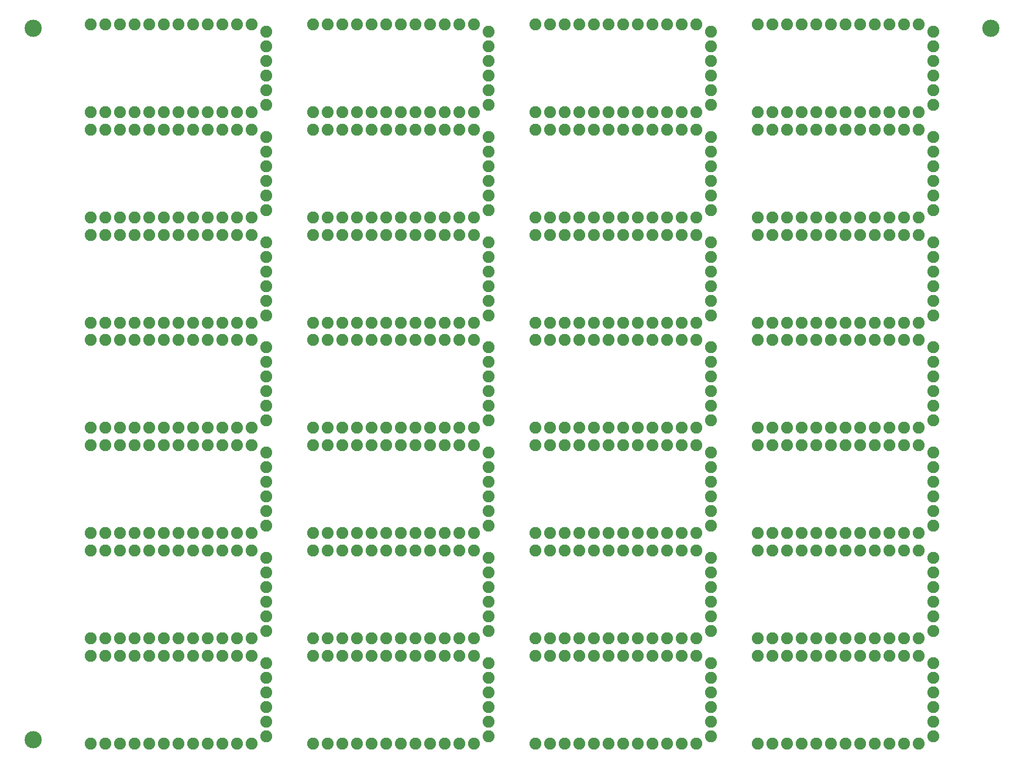
<source format=gbr>
%TF.GenerationSoftware,KiCad,Pcbnew,7.0.6*%
%TF.CreationDate,2023-08-17T21:31:53-06:00*%
%TF.ProjectId,SparkFun_Pro_Mini-ESP32_panelized,53706172-6b46-4756-9e5f-50726f5f4d69,rev?*%
%TF.SameCoordinates,Original*%
%TF.FileFunction,Soldermask,Bot*%
%TF.FilePolarity,Negative*%
%FSLAX46Y46*%
G04 Gerber Fmt 4.6, Leading zero omitted, Abs format (unit mm)*
G04 Created by KiCad (PCBNEW 7.0.6) date 2023-08-17 21:31:53*
%MOMM*%
%LPD*%
G01*
G04 APERTURE LIST*
%ADD10C,2.082800*%
%ADD11C,3.000000*%
G04 APERTURE END LIST*
D10*
%TO.C,J1*%
X161290000Y-129540000D03*
X161290000Y-127000000D03*
X161290000Y-124460000D03*
X161290000Y-121920000D03*
X161290000Y-119380000D03*
X161290000Y-116840000D03*
%TD*%
%TO.C,J1*%
X161290000Y-111260000D03*
X161290000Y-108720000D03*
X161290000Y-106180000D03*
X161290000Y-103640000D03*
X161290000Y-101100000D03*
X161290000Y-98560000D03*
%TD*%
%TO.C,J1*%
X161290000Y-92980000D03*
X161290000Y-90440000D03*
X161290000Y-87900000D03*
X161290000Y-85360000D03*
X161290000Y-82820000D03*
X161290000Y-80280000D03*
%TD*%
%TO.C,J1*%
X161290000Y-74700000D03*
X161290000Y-72160000D03*
X161290000Y-69620000D03*
X161290000Y-67080000D03*
X161290000Y-64540000D03*
X161290000Y-62000000D03*
%TD*%
%TO.C,J1*%
X161290000Y-56420000D03*
X161290000Y-53880000D03*
X161290000Y-51340000D03*
X161290000Y-48800000D03*
X161290000Y-46260000D03*
X161290000Y-43720000D03*
%TD*%
%TO.C,J1*%
X161290000Y-38140000D03*
X161290000Y-35600000D03*
X161290000Y-33060000D03*
X161290000Y-30520000D03*
X161290000Y-27980000D03*
X161290000Y-25440000D03*
%TD*%
%TO.C,J1*%
X199890000Y-74700000D03*
X199890000Y-72160000D03*
X199890000Y-69620000D03*
X199890000Y-67080000D03*
X199890000Y-64540000D03*
X199890000Y-62000000D03*
%TD*%
%TO.C,J1*%
X277090000Y-92980000D03*
X277090000Y-90440000D03*
X277090000Y-87900000D03*
X277090000Y-85360000D03*
X277090000Y-82820000D03*
X277090000Y-80280000D03*
%TD*%
%TO.C,J1*%
X199890000Y-92980000D03*
X199890000Y-90440000D03*
X199890000Y-87900000D03*
X199890000Y-85360000D03*
X199890000Y-82820000D03*
X199890000Y-80280000D03*
%TD*%
%TO.C,J1*%
X277090000Y-19860000D03*
X277090000Y-17320000D03*
X277090000Y-14780000D03*
X277090000Y-12240000D03*
X277090000Y-9700000D03*
X277090000Y-7160000D03*
%TD*%
%TO.C,J1*%
X277090000Y-56420000D03*
X277090000Y-53880000D03*
X277090000Y-51340000D03*
X277090000Y-48800000D03*
X277090000Y-46260000D03*
X277090000Y-43720000D03*
%TD*%
%TO.C,J1*%
X161290000Y-19860000D03*
X161290000Y-17320000D03*
X161290000Y-14780000D03*
X161290000Y-12240000D03*
X161290000Y-9700000D03*
X161290000Y-7160000D03*
%TD*%
%TO.C,J1*%
X199890000Y-111260000D03*
X199890000Y-108720000D03*
X199890000Y-106180000D03*
X199890000Y-103640000D03*
X199890000Y-101100000D03*
X199890000Y-98560000D03*
%TD*%
%TO.C,J1*%
X199890000Y-19860000D03*
X199890000Y-17320000D03*
X199890000Y-14780000D03*
X199890000Y-12240000D03*
X199890000Y-9700000D03*
X199890000Y-7160000D03*
%TD*%
%TO.C,J1*%
X199890000Y-129540000D03*
X199890000Y-127000000D03*
X199890000Y-124460000D03*
X199890000Y-121920000D03*
X199890000Y-119380000D03*
X199890000Y-116840000D03*
%TD*%
%TO.C,J1*%
X199890000Y-56420000D03*
X199890000Y-53880000D03*
X199890000Y-51340000D03*
X199890000Y-48800000D03*
X199890000Y-46260000D03*
X199890000Y-43720000D03*
%TD*%
%TO.C,J1*%
X238490000Y-111260000D03*
X238490000Y-108720000D03*
X238490000Y-106180000D03*
X238490000Y-103640000D03*
X238490000Y-101100000D03*
X238490000Y-98560000D03*
%TD*%
%TO.C,J1*%
X238490000Y-92980000D03*
X238490000Y-90440000D03*
X238490000Y-87900000D03*
X238490000Y-85360000D03*
X238490000Y-82820000D03*
X238490000Y-80280000D03*
%TD*%
%TO.C,J1*%
X238490000Y-38140000D03*
X238490000Y-35600000D03*
X238490000Y-33060000D03*
X238490000Y-30520000D03*
X238490000Y-27980000D03*
X238490000Y-25440000D03*
%TD*%
%TO.C,J1*%
X238490000Y-19860000D03*
X238490000Y-17320000D03*
X238490000Y-14780000D03*
X238490000Y-12240000D03*
X238490000Y-9700000D03*
X238490000Y-7160000D03*
%TD*%
%TO.C,J1*%
X199890000Y-38140000D03*
X199890000Y-35600000D03*
X199890000Y-33060000D03*
X199890000Y-30520000D03*
X199890000Y-27980000D03*
X199890000Y-25440000D03*
%TD*%
%TO.C,J1*%
X277090000Y-111260000D03*
X277090000Y-108720000D03*
X277090000Y-106180000D03*
X277090000Y-103640000D03*
X277090000Y-101100000D03*
X277090000Y-98560000D03*
%TD*%
%TO.C,J1*%
X238490000Y-74700000D03*
X238490000Y-72160000D03*
X238490000Y-69620000D03*
X238490000Y-67080000D03*
X238490000Y-64540000D03*
X238490000Y-62000000D03*
%TD*%
%TO.C,J1*%
X238490000Y-129540000D03*
X238490000Y-127000000D03*
X238490000Y-124460000D03*
X238490000Y-121920000D03*
X238490000Y-119380000D03*
X238490000Y-116840000D03*
%TD*%
%TO.C,J1*%
X238490000Y-56420000D03*
X238490000Y-53880000D03*
X238490000Y-51340000D03*
X238490000Y-48800000D03*
X238490000Y-46260000D03*
X238490000Y-43720000D03*
%TD*%
%TO.C,J1*%
X277090000Y-129540000D03*
X277090000Y-127000000D03*
X277090000Y-124460000D03*
X277090000Y-121920000D03*
X277090000Y-119380000D03*
X277090000Y-116840000D03*
%TD*%
%TO.C,J1*%
X277090000Y-74700000D03*
X277090000Y-72160000D03*
X277090000Y-69620000D03*
X277090000Y-67080000D03*
X277090000Y-64540000D03*
X277090000Y-62000000D03*
%TD*%
%TO.C,J1*%
X277090000Y-38140000D03*
X277090000Y-35600000D03*
X277090000Y-33060000D03*
X277090000Y-30520000D03*
X277090000Y-27980000D03*
X277090000Y-25440000D03*
%TD*%
%TO.C,J3*%
X130810000Y-115570000D03*
X133350000Y-115570000D03*
X135890000Y-115570000D03*
X138430000Y-115570000D03*
X140970000Y-115570000D03*
X143510000Y-115570000D03*
X146050000Y-115570000D03*
X148590000Y-115570000D03*
X151130000Y-115570000D03*
X153670000Y-115570000D03*
X156210000Y-115570000D03*
X158750000Y-115570000D03*
%TD*%
%TO.C,J3*%
X130810000Y-97290000D03*
X133350000Y-97290000D03*
X135890000Y-97290000D03*
X138430000Y-97290000D03*
X140970000Y-97290000D03*
X143510000Y-97290000D03*
X146050000Y-97290000D03*
X148590000Y-97290000D03*
X151130000Y-97290000D03*
X153670000Y-97290000D03*
X156210000Y-97290000D03*
X158750000Y-97290000D03*
%TD*%
%TO.C,J3*%
X130810000Y-79010000D03*
X133350000Y-79010000D03*
X135890000Y-79010000D03*
X138430000Y-79010000D03*
X140970000Y-79010000D03*
X143510000Y-79010000D03*
X146050000Y-79010000D03*
X148590000Y-79010000D03*
X151130000Y-79010000D03*
X153670000Y-79010000D03*
X156210000Y-79010000D03*
X158750000Y-79010000D03*
%TD*%
%TO.C,J3*%
X130810000Y-42450000D03*
X133350000Y-42450000D03*
X135890000Y-42450000D03*
X138430000Y-42450000D03*
X140970000Y-42450000D03*
X143510000Y-42450000D03*
X146050000Y-42450000D03*
X148590000Y-42450000D03*
X151130000Y-42450000D03*
X153670000Y-42450000D03*
X156210000Y-42450000D03*
X158750000Y-42450000D03*
%TD*%
%TO.C,J3*%
X130810000Y-60730000D03*
X133350000Y-60730000D03*
X135890000Y-60730000D03*
X138430000Y-60730000D03*
X140970000Y-60730000D03*
X143510000Y-60730000D03*
X146050000Y-60730000D03*
X148590000Y-60730000D03*
X151130000Y-60730000D03*
X153670000Y-60730000D03*
X156210000Y-60730000D03*
X158750000Y-60730000D03*
%TD*%
%TO.C,J3*%
X130810000Y-24170000D03*
X133350000Y-24170000D03*
X135890000Y-24170000D03*
X138430000Y-24170000D03*
X140970000Y-24170000D03*
X143510000Y-24170000D03*
X146050000Y-24170000D03*
X148590000Y-24170000D03*
X151130000Y-24170000D03*
X153670000Y-24170000D03*
X156210000Y-24170000D03*
X158750000Y-24170000D03*
%TD*%
%TO.C,J3*%
X130810000Y-5890000D03*
X133350000Y-5890000D03*
X135890000Y-5890000D03*
X138430000Y-5890000D03*
X140970000Y-5890000D03*
X143510000Y-5890000D03*
X146050000Y-5890000D03*
X148590000Y-5890000D03*
X151130000Y-5890000D03*
X153670000Y-5890000D03*
X156210000Y-5890000D03*
X158750000Y-5890000D03*
%TD*%
%TO.C,J3*%
X169410000Y-115570000D03*
X171950000Y-115570000D03*
X174490000Y-115570000D03*
X177030000Y-115570000D03*
X179570000Y-115570000D03*
X182110000Y-115570000D03*
X184650000Y-115570000D03*
X187190000Y-115570000D03*
X189730000Y-115570000D03*
X192270000Y-115570000D03*
X194810000Y-115570000D03*
X197350000Y-115570000D03*
%TD*%
%TO.C,J3*%
X169410000Y-97290000D03*
X171950000Y-97290000D03*
X174490000Y-97290000D03*
X177030000Y-97290000D03*
X179570000Y-97290000D03*
X182110000Y-97290000D03*
X184650000Y-97290000D03*
X187190000Y-97290000D03*
X189730000Y-97290000D03*
X192270000Y-97290000D03*
X194810000Y-97290000D03*
X197350000Y-97290000D03*
%TD*%
%TO.C,J3*%
X169410000Y-79010000D03*
X171950000Y-79010000D03*
X174490000Y-79010000D03*
X177030000Y-79010000D03*
X179570000Y-79010000D03*
X182110000Y-79010000D03*
X184650000Y-79010000D03*
X187190000Y-79010000D03*
X189730000Y-79010000D03*
X192270000Y-79010000D03*
X194810000Y-79010000D03*
X197350000Y-79010000D03*
%TD*%
%TO.C,J3*%
X169410000Y-60730000D03*
X171950000Y-60730000D03*
X174490000Y-60730000D03*
X177030000Y-60730000D03*
X179570000Y-60730000D03*
X182110000Y-60730000D03*
X184650000Y-60730000D03*
X187190000Y-60730000D03*
X189730000Y-60730000D03*
X192270000Y-60730000D03*
X194810000Y-60730000D03*
X197350000Y-60730000D03*
%TD*%
%TO.C,J3*%
X246610000Y-60730000D03*
X249150000Y-60730000D03*
X251690000Y-60730000D03*
X254230000Y-60730000D03*
X256770000Y-60730000D03*
X259310000Y-60730000D03*
X261850000Y-60730000D03*
X264390000Y-60730000D03*
X266930000Y-60730000D03*
X269470000Y-60730000D03*
X272010000Y-60730000D03*
X274550000Y-60730000D03*
%TD*%
%TO.C,J3*%
X246610000Y-5890000D03*
X249150000Y-5890000D03*
X251690000Y-5890000D03*
X254230000Y-5890000D03*
X256770000Y-5890000D03*
X259310000Y-5890000D03*
X261850000Y-5890000D03*
X264390000Y-5890000D03*
X266930000Y-5890000D03*
X269470000Y-5890000D03*
X272010000Y-5890000D03*
X274550000Y-5890000D03*
%TD*%
%TO.C,J3*%
X246610000Y-97290000D03*
X249150000Y-97290000D03*
X251690000Y-97290000D03*
X254230000Y-97290000D03*
X256770000Y-97290000D03*
X259310000Y-97290000D03*
X261850000Y-97290000D03*
X264390000Y-97290000D03*
X266930000Y-97290000D03*
X269470000Y-97290000D03*
X272010000Y-97290000D03*
X274550000Y-97290000D03*
%TD*%
%TO.C,J3*%
X246610000Y-42450000D03*
X249150000Y-42450000D03*
X251690000Y-42450000D03*
X254230000Y-42450000D03*
X256770000Y-42450000D03*
X259310000Y-42450000D03*
X261850000Y-42450000D03*
X264390000Y-42450000D03*
X266930000Y-42450000D03*
X269470000Y-42450000D03*
X272010000Y-42450000D03*
X274550000Y-42450000D03*
%TD*%
%TO.C,J3*%
X246610000Y-79010000D03*
X249150000Y-79010000D03*
X251690000Y-79010000D03*
X254230000Y-79010000D03*
X256770000Y-79010000D03*
X259310000Y-79010000D03*
X261850000Y-79010000D03*
X264390000Y-79010000D03*
X266930000Y-79010000D03*
X269470000Y-79010000D03*
X272010000Y-79010000D03*
X274550000Y-79010000D03*
%TD*%
%TO.C,J3*%
X246610000Y-24170000D03*
X249150000Y-24170000D03*
X251690000Y-24170000D03*
X254230000Y-24170000D03*
X256770000Y-24170000D03*
X259310000Y-24170000D03*
X261850000Y-24170000D03*
X264390000Y-24170000D03*
X266930000Y-24170000D03*
X269470000Y-24170000D03*
X272010000Y-24170000D03*
X274550000Y-24170000D03*
%TD*%
%TO.C,J3*%
X208010000Y-24170000D03*
X210550000Y-24170000D03*
X213090000Y-24170000D03*
X215630000Y-24170000D03*
X218170000Y-24170000D03*
X220710000Y-24170000D03*
X223250000Y-24170000D03*
X225790000Y-24170000D03*
X228330000Y-24170000D03*
X230870000Y-24170000D03*
X233410000Y-24170000D03*
X235950000Y-24170000D03*
%TD*%
%TO.C,J3*%
X169410000Y-42450000D03*
X171950000Y-42450000D03*
X174490000Y-42450000D03*
X177030000Y-42450000D03*
X179570000Y-42450000D03*
X182110000Y-42450000D03*
X184650000Y-42450000D03*
X187190000Y-42450000D03*
X189730000Y-42450000D03*
X192270000Y-42450000D03*
X194810000Y-42450000D03*
X197350000Y-42450000D03*
%TD*%
%TO.C,J3*%
X169410000Y-24170000D03*
X171950000Y-24170000D03*
X174490000Y-24170000D03*
X177030000Y-24170000D03*
X179570000Y-24170000D03*
X182110000Y-24170000D03*
X184650000Y-24170000D03*
X187190000Y-24170000D03*
X189730000Y-24170000D03*
X192270000Y-24170000D03*
X194810000Y-24170000D03*
X197350000Y-24170000D03*
%TD*%
%TO.C,J3*%
X208010000Y-115570000D03*
X210550000Y-115570000D03*
X213090000Y-115570000D03*
X215630000Y-115570000D03*
X218170000Y-115570000D03*
X220710000Y-115570000D03*
X223250000Y-115570000D03*
X225790000Y-115570000D03*
X228330000Y-115570000D03*
X230870000Y-115570000D03*
X233410000Y-115570000D03*
X235950000Y-115570000D03*
%TD*%
%TO.C,J3*%
X208010000Y-5890000D03*
X210550000Y-5890000D03*
X213090000Y-5890000D03*
X215630000Y-5890000D03*
X218170000Y-5890000D03*
X220710000Y-5890000D03*
X223250000Y-5890000D03*
X225790000Y-5890000D03*
X228330000Y-5890000D03*
X230870000Y-5890000D03*
X233410000Y-5890000D03*
X235950000Y-5890000D03*
%TD*%
%TO.C,J3*%
X208010000Y-79010000D03*
X210550000Y-79010000D03*
X213090000Y-79010000D03*
X215630000Y-79010000D03*
X218170000Y-79010000D03*
X220710000Y-79010000D03*
X223250000Y-79010000D03*
X225790000Y-79010000D03*
X228330000Y-79010000D03*
X230870000Y-79010000D03*
X233410000Y-79010000D03*
X235950000Y-79010000D03*
%TD*%
%TO.C,J3*%
X169410000Y-5890000D03*
X171950000Y-5890000D03*
X174490000Y-5890000D03*
X177030000Y-5890000D03*
X179570000Y-5890000D03*
X182110000Y-5890000D03*
X184650000Y-5890000D03*
X187190000Y-5890000D03*
X189730000Y-5890000D03*
X192270000Y-5890000D03*
X194810000Y-5890000D03*
X197350000Y-5890000D03*
%TD*%
%TO.C,J3*%
X208010000Y-42450000D03*
X210550000Y-42450000D03*
X213090000Y-42450000D03*
X215630000Y-42450000D03*
X218170000Y-42450000D03*
X220710000Y-42450000D03*
X223250000Y-42450000D03*
X225790000Y-42450000D03*
X228330000Y-42450000D03*
X230870000Y-42450000D03*
X233410000Y-42450000D03*
X235950000Y-42450000D03*
%TD*%
%TO.C,J3*%
X208010000Y-97290000D03*
X210550000Y-97290000D03*
X213090000Y-97290000D03*
X215630000Y-97290000D03*
X218170000Y-97290000D03*
X220710000Y-97290000D03*
X223250000Y-97290000D03*
X225790000Y-97290000D03*
X228330000Y-97290000D03*
X230870000Y-97290000D03*
X233410000Y-97290000D03*
X235950000Y-97290000D03*
%TD*%
%TO.C,J3*%
X246610000Y-115570000D03*
X249150000Y-115570000D03*
X251690000Y-115570000D03*
X254230000Y-115570000D03*
X256770000Y-115570000D03*
X259310000Y-115570000D03*
X261850000Y-115570000D03*
X264390000Y-115570000D03*
X266930000Y-115570000D03*
X269470000Y-115570000D03*
X272010000Y-115570000D03*
X274550000Y-115570000D03*
%TD*%
%TO.C,J3*%
X208010000Y-60730000D03*
X210550000Y-60730000D03*
X213090000Y-60730000D03*
X215630000Y-60730000D03*
X218170000Y-60730000D03*
X220710000Y-60730000D03*
X223250000Y-60730000D03*
X225790000Y-60730000D03*
X228330000Y-60730000D03*
X230870000Y-60730000D03*
X233410000Y-60730000D03*
X235950000Y-60730000D03*
%TD*%
D11*
%TO.C,*%
X120785000Y-6620000D03*
%TD*%
%TO.C,*%
X287115000Y-6620000D03*
%TD*%
D10*
%TO.C,J2*%
X130810000Y-130810000D03*
X133350000Y-130810000D03*
X135890000Y-130810000D03*
X138430000Y-130810000D03*
X140970000Y-130810000D03*
X143510000Y-130810000D03*
X146050000Y-130810000D03*
X148590000Y-130810000D03*
X151130000Y-130810000D03*
X153670000Y-130810000D03*
X156210000Y-130810000D03*
X158750000Y-130810000D03*
%TD*%
%TO.C,J2*%
X130810000Y-94250000D03*
X133350000Y-94250000D03*
X135890000Y-94250000D03*
X138430000Y-94250000D03*
X140970000Y-94250000D03*
X143510000Y-94250000D03*
X146050000Y-94250000D03*
X148590000Y-94250000D03*
X151130000Y-94250000D03*
X153670000Y-94250000D03*
X156210000Y-94250000D03*
X158750000Y-94250000D03*
%TD*%
%TO.C,J2*%
X130810000Y-39410000D03*
X133350000Y-39410000D03*
X135890000Y-39410000D03*
X138430000Y-39410000D03*
X140970000Y-39410000D03*
X143510000Y-39410000D03*
X146050000Y-39410000D03*
X148590000Y-39410000D03*
X151130000Y-39410000D03*
X153670000Y-39410000D03*
X156210000Y-39410000D03*
X158750000Y-39410000D03*
%TD*%
%TO.C,J2*%
X130810000Y-21130000D03*
X133350000Y-21130000D03*
X135890000Y-21130000D03*
X138430000Y-21130000D03*
X140970000Y-21130000D03*
X143510000Y-21130000D03*
X146050000Y-21130000D03*
X148590000Y-21130000D03*
X151130000Y-21130000D03*
X153670000Y-21130000D03*
X156210000Y-21130000D03*
X158750000Y-21130000D03*
%TD*%
%TO.C,J2*%
X130810000Y-112530000D03*
X133350000Y-112530000D03*
X135890000Y-112530000D03*
X138430000Y-112530000D03*
X140970000Y-112530000D03*
X143510000Y-112530000D03*
X146050000Y-112530000D03*
X148590000Y-112530000D03*
X151130000Y-112530000D03*
X153670000Y-112530000D03*
X156210000Y-112530000D03*
X158750000Y-112530000D03*
%TD*%
%TO.C,J2*%
X130810000Y-75970000D03*
X133350000Y-75970000D03*
X135890000Y-75970000D03*
X138430000Y-75970000D03*
X140970000Y-75970000D03*
X143510000Y-75970000D03*
X146050000Y-75970000D03*
X148590000Y-75970000D03*
X151130000Y-75970000D03*
X153670000Y-75970000D03*
X156210000Y-75970000D03*
X158750000Y-75970000D03*
%TD*%
%TO.C,J2*%
X130810000Y-57690000D03*
X133350000Y-57690000D03*
X135890000Y-57690000D03*
X138430000Y-57690000D03*
X140970000Y-57690000D03*
X143510000Y-57690000D03*
X146050000Y-57690000D03*
X148590000Y-57690000D03*
X151130000Y-57690000D03*
X153670000Y-57690000D03*
X156210000Y-57690000D03*
X158750000Y-57690000D03*
%TD*%
%TO.C,J2*%
X169410000Y-130810000D03*
X171950000Y-130810000D03*
X174490000Y-130810000D03*
X177030000Y-130810000D03*
X179570000Y-130810000D03*
X182110000Y-130810000D03*
X184650000Y-130810000D03*
X187190000Y-130810000D03*
X189730000Y-130810000D03*
X192270000Y-130810000D03*
X194810000Y-130810000D03*
X197350000Y-130810000D03*
%TD*%
%TO.C,J2*%
X169410000Y-112530000D03*
X171950000Y-112530000D03*
X174490000Y-112530000D03*
X177030000Y-112530000D03*
X179570000Y-112530000D03*
X182110000Y-112530000D03*
X184650000Y-112530000D03*
X187190000Y-112530000D03*
X189730000Y-112530000D03*
X192270000Y-112530000D03*
X194810000Y-112530000D03*
X197350000Y-112530000D03*
%TD*%
%TO.C,J2*%
X169410000Y-94250000D03*
X171950000Y-94250000D03*
X174490000Y-94250000D03*
X177030000Y-94250000D03*
X179570000Y-94250000D03*
X182110000Y-94250000D03*
X184650000Y-94250000D03*
X187190000Y-94250000D03*
X189730000Y-94250000D03*
X192270000Y-94250000D03*
X194810000Y-94250000D03*
X197350000Y-94250000D03*
%TD*%
%TO.C,J2*%
X208010000Y-39410000D03*
X210550000Y-39410000D03*
X213090000Y-39410000D03*
X215630000Y-39410000D03*
X218170000Y-39410000D03*
X220710000Y-39410000D03*
X223250000Y-39410000D03*
X225790000Y-39410000D03*
X228330000Y-39410000D03*
X230870000Y-39410000D03*
X233410000Y-39410000D03*
X235950000Y-39410000D03*
%TD*%
%TO.C,J2*%
X169410000Y-21130000D03*
X171950000Y-21130000D03*
X174490000Y-21130000D03*
X177030000Y-21130000D03*
X179570000Y-21130000D03*
X182110000Y-21130000D03*
X184650000Y-21130000D03*
X187190000Y-21130000D03*
X189730000Y-21130000D03*
X192270000Y-21130000D03*
X194810000Y-21130000D03*
X197350000Y-21130000D03*
%TD*%
%TO.C,J2*%
X246610000Y-112530000D03*
X249150000Y-112530000D03*
X251690000Y-112530000D03*
X254230000Y-112530000D03*
X256770000Y-112530000D03*
X259310000Y-112530000D03*
X261850000Y-112530000D03*
X264390000Y-112530000D03*
X266930000Y-112530000D03*
X269470000Y-112530000D03*
X272010000Y-112530000D03*
X274550000Y-112530000D03*
%TD*%
%TO.C,J2*%
X169410000Y-39410000D03*
X171950000Y-39410000D03*
X174490000Y-39410000D03*
X177030000Y-39410000D03*
X179570000Y-39410000D03*
X182110000Y-39410000D03*
X184650000Y-39410000D03*
X187190000Y-39410000D03*
X189730000Y-39410000D03*
X192270000Y-39410000D03*
X194810000Y-39410000D03*
X197350000Y-39410000D03*
%TD*%
%TO.C,J2*%
X208010000Y-75970000D03*
X210550000Y-75970000D03*
X213090000Y-75970000D03*
X215630000Y-75970000D03*
X218170000Y-75970000D03*
X220710000Y-75970000D03*
X223250000Y-75970000D03*
X225790000Y-75970000D03*
X228330000Y-75970000D03*
X230870000Y-75970000D03*
X233410000Y-75970000D03*
X235950000Y-75970000D03*
%TD*%
%TO.C,J2*%
X246610000Y-130810000D03*
X249150000Y-130810000D03*
X251690000Y-130810000D03*
X254230000Y-130810000D03*
X256770000Y-130810000D03*
X259310000Y-130810000D03*
X261850000Y-130810000D03*
X264390000Y-130810000D03*
X266930000Y-130810000D03*
X269470000Y-130810000D03*
X272010000Y-130810000D03*
X274550000Y-130810000D03*
%TD*%
%TO.C,J2*%
X208010000Y-57690000D03*
X210550000Y-57690000D03*
X213090000Y-57690000D03*
X215630000Y-57690000D03*
X218170000Y-57690000D03*
X220710000Y-57690000D03*
X223250000Y-57690000D03*
X225790000Y-57690000D03*
X228330000Y-57690000D03*
X230870000Y-57690000D03*
X233410000Y-57690000D03*
X235950000Y-57690000D03*
%TD*%
%TO.C,J2*%
X246610000Y-39410000D03*
X249150000Y-39410000D03*
X251690000Y-39410000D03*
X254230000Y-39410000D03*
X256770000Y-39410000D03*
X259310000Y-39410000D03*
X261850000Y-39410000D03*
X264390000Y-39410000D03*
X266930000Y-39410000D03*
X269470000Y-39410000D03*
X272010000Y-39410000D03*
X274550000Y-39410000D03*
%TD*%
%TO.C,J2*%
X246610000Y-75970000D03*
X249150000Y-75970000D03*
X251690000Y-75970000D03*
X254230000Y-75970000D03*
X256770000Y-75970000D03*
X259310000Y-75970000D03*
X261850000Y-75970000D03*
X264390000Y-75970000D03*
X266930000Y-75970000D03*
X269470000Y-75970000D03*
X272010000Y-75970000D03*
X274550000Y-75970000D03*
%TD*%
%TO.C,J2*%
X208010000Y-112530000D03*
X210550000Y-112530000D03*
X213090000Y-112530000D03*
X215630000Y-112530000D03*
X218170000Y-112530000D03*
X220710000Y-112530000D03*
X223250000Y-112530000D03*
X225790000Y-112530000D03*
X228330000Y-112530000D03*
X230870000Y-112530000D03*
X233410000Y-112530000D03*
X235950000Y-112530000D03*
%TD*%
%TO.C,J2*%
X246610000Y-57690000D03*
X249150000Y-57690000D03*
X251690000Y-57690000D03*
X254230000Y-57690000D03*
X256770000Y-57690000D03*
X259310000Y-57690000D03*
X261850000Y-57690000D03*
X264390000Y-57690000D03*
X266930000Y-57690000D03*
X269470000Y-57690000D03*
X272010000Y-57690000D03*
X274550000Y-57690000D03*
%TD*%
%TO.C,J2*%
X169410000Y-75970000D03*
X171950000Y-75970000D03*
X174490000Y-75970000D03*
X177030000Y-75970000D03*
X179570000Y-75970000D03*
X182110000Y-75970000D03*
X184650000Y-75970000D03*
X187190000Y-75970000D03*
X189730000Y-75970000D03*
X192270000Y-75970000D03*
X194810000Y-75970000D03*
X197350000Y-75970000D03*
%TD*%
%TO.C,J2*%
X208010000Y-94250000D03*
X210550000Y-94250000D03*
X213090000Y-94250000D03*
X215630000Y-94250000D03*
X218170000Y-94250000D03*
X220710000Y-94250000D03*
X223250000Y-94250000D03*
X225790000Y-94250000D03*
X228330000Y-94250000D03*
X230870000Y-94250000D03*
X233410000Y-94250000D03*
X235950000Y-94250000D03*
%TD*%
%TO.C,J2*%
X208010000Y-21130000D03*
X210550000Y-21130000D03*
X213090000Y-21130000D03*
X215630000Y-21130000D03*
X218170000Y-21130000D03*
X220710000Y-21130000D03*
X223250000Y-21130000D03*
X225790000Y-21130000D03*
X228330000Y-21130000D03*
X230870000Y-21130000D03*
X233410000Y-21130000D03*
X235950000Y-21130000D03*
%TD*%
%TO.C,J2*%
X169410000Y-57690000D03*
X171950000Y-57690000D03*
X174490000Y-57690000D03*
X177030000Y-57690000D03*
X179570000Y-57690000D03*
X182110000Y-57690000D03*
X184650000Y-57690000D03*
X187190000Y-57690000D03*
X189730000Y-57690000D03*
X192270000Y-57690000D03*
X194810000Y-57690000D03*
X197350000Y-57690000D03*
%TD*%
%TO.C,J2*%
X208010000Y-130810000D03*
X210550000Y-130810000D03*
X213090000Y-130810000D03*
X215630000Y-130810000D03*
X218170000Y-130810000D03*
X220710000Y-130810000D03*
X223250000Y-130810000D03*
X225790000Y-130810000D03*
X228330000Y-130810000D03*
X230870000Y-130810000D03*
X233410000Y-130810000D03*
X235950000Y-130810000D03*
%TD*%
%TO.C,J2*%
X246610000Y-94250000D03*
X249150000Y-94250000D03*
X251690000Y-94250000D03*
X254230000Y-94250000D03*
X256770000Y-94250000D03*
X259310000Y-94250000D03*
X261850000Y-94250000D03*
X264390000Y-94250000D03*
X266930000Y-94250000D03*
X269470000Y-94250000D03*
X272010000Y-94250000D03*
X274550000Y-94250000D03*
%TD*%
%TO.C,J2*%
X246610000Y-21130000D03*
X249150000Y-21130000D03*
X251690000Y-21130000D03*
X254230000Y-21130000D03*
X256770000Y-21130000D03*
X259310000Y-21130000D03*
X261850000Y-21130000D03*
X264390000Y-21130000D03*
X266930000Y-21130000D03*
X269470000Y-21130000D03*
X272010000Y-21130000D03*
X274550000Y-21130000D03*
%TD*%
D11*
%TO.C,*%
X120785000Y-130080000D03*
%TD*%
M02*

</source>
